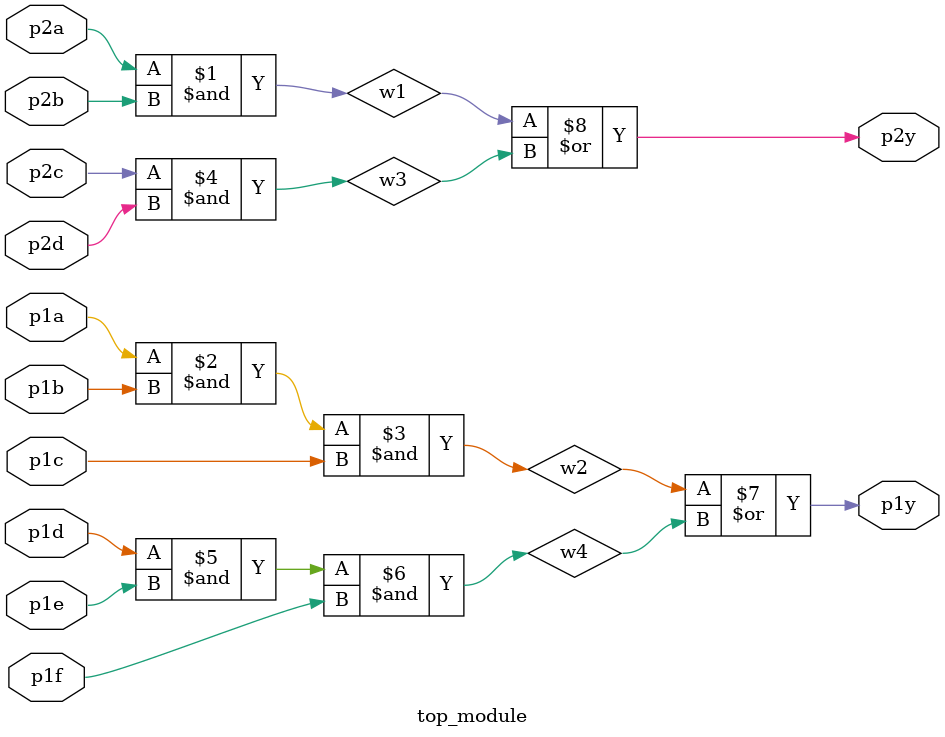
<source format=v>
module top_module ( 
    input p1a, p1b, p1c, p1d, p1e, p1f,
    output p1y,
    input p2a, p2b, p2c, p2d,
    output p2y );
	wire w1, w2, w3, w4;
    assign w1 = p2a & p2b;
    assign w2 = p1a & p1b & p1c;
    assign w3 = p2c & p2d;
    assign w4 = p1d & p1e & p1f;
    
    assign p1y = w2 | w4;
    assign p2y = w1 | w3;
    

endmodule

</source>
